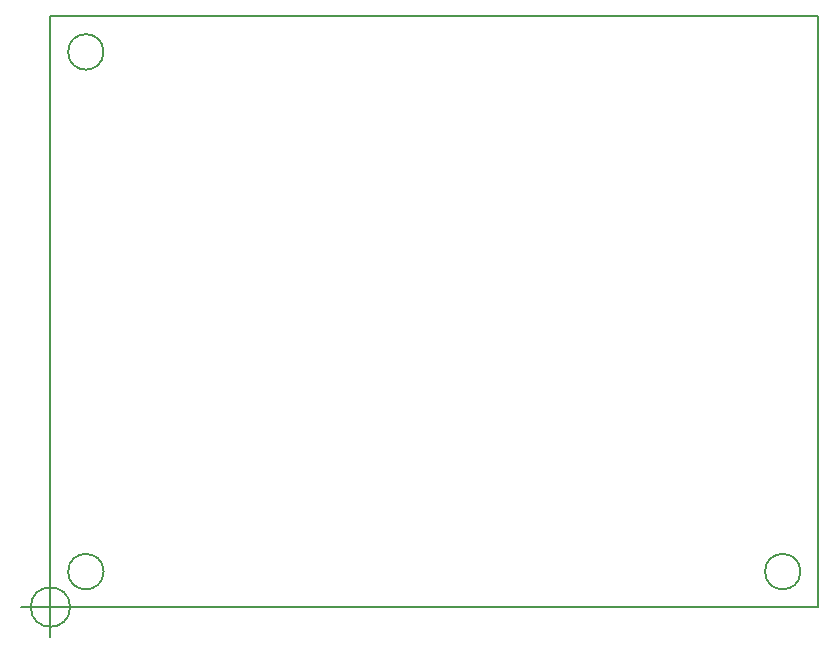
<source format=gm1>
G04 #@! TF.FileFunction,Profile,NP*
%FSLAX46Y46*%
G04 Gerber Fmt 4.6, Leading zero omitted, Abs format (unit mm)*
G04 Created by KiCad (PCBNEW 4.0.7) date 06/22/18 18:45:24*
%MOMM*%
%LPD*%
G01*
G04 APERTURE LIST*
%ADD10C,0.100000*%
%ADD11C,0.150000*%
G04 APERTURE END LIST*
D10*
D11*
X1666666Y0D02*
G75*
G03X1666666Y0I-1666666J0D01*
G01*
X-2500000Y0D02*
X2500000Y0D01*
X0Y2500000D02*
X0Y-2500000D01*
X1666666Y0D02*
G75*
G03X1666666Y0I-1666666J0D01*
G01*
X-2500000Y0D02*
X2500000Y0D01*
X0Y2500000D02*
X0Y-2500000D01*
X63500000Y3000000D02*
G75*
G03X63500000Y3000000I-1500000J0D01*
G01*
X4500000Y47000000D02*
G75*
G03X4500000Y47000000I-1500000J0D01*
G01*
X4500000Y3000000D02*
G75*
G03X4500000Y3000000I-1500000J0D01*
G01*
X65000000Y50000000D02*
X0Y50000000D01*
X65000000Y0D02*
X65000000Y50000000D01*
X0Y0D02*
X65000000Y0D01*
X0Y50000000D02*
X0Y0D01*
M02*

</source>
